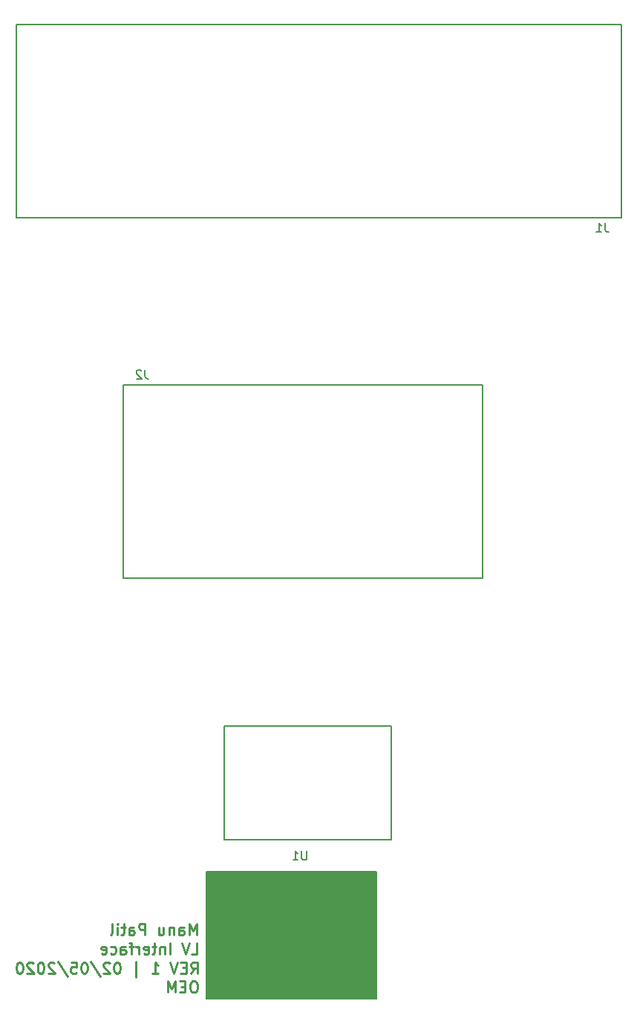
<source format=gbo>
G04 #@! TF.GenerationSoftware,KiCad,Pcbnew,5.0.2-bee76a0~70~ubuntu18.04.1*
G04 #@! TF.CreationDate,2020-02-05T16:33:54-05:00*
G04 #@! TF.ProjectId,LV Interface,4c562049-6e74-4657-9266-6163652e6b69,rev?*
G04 #@! TF.SameCoordinates,Original*
G04 #@! TF.FileFunction,Legend,Bot*
G04 #@! TF.FilePolarity,Positive*
%FSLAX46Y46*%
G04 Gerber Fmt 4.6, Leading zero omitted, Abs format (unit mm)*
G04 Created by KiCad (PCBNEW 5.0.2-bee76a0~70~ubuntu18.04.1) date Wed 05 Feb 2020 04:33:54 PM EST*
%MOMM*%
%LPD*%
G01*
G04 APERTURE LIST*
%ADD10C,0.150000*%
%ADD11C,0.254000*%
G04 APERTURE END LIST*
D10*
G36*
X41231820Y-113934240D02*
X41249600Y-128470660D01*
X60637420Y-128470660D01*
X60642500Y-113934240D01*
X41231820Y-113934240D01*
G37*
X41231820Y-113934240D02*
X41249600Y-128470660D01*
X60637420Y-128470660D01*
X60642500Y-113934240D01*
X41231820Y-113934240D01*
D11*
X39886950Y-126451843D02*
X39645045Y-126451843D01*
X39524093Y-126512320D01*
X39403140Y-126633272D01*
X39342664Y-126875177D01*
X39342664Y-127298510D01*
X39403140Y-127540415D01*
X39524093Y-127661367D01*
X39645045Y-127721843D01*
X39886950Y-127721843D01*
X40007902Y-127661367D01*
X40128855Y-127540415D01*
X40189331Y-127298510D01*
X40189331Y-126875177D01*
X40128855Y-126633272D01*
X40007902Y-126512320D01*
X39886950Y-126451843D01*
X38798379Y-127056605D02*
X38375045Y-127056605D01*
X38193617Y-127721843D02*
X38798379Y-127721843D01*
X38798379Y-126451843D01*
X38193617Y-126451843D01*
X37649331Y-127721843D02*
X37649331Y-126451843D01*
X37225998Y-127358986D01*
X36802664Y-126451843D01*
X36802664Y-127721843D01*
X39537035Y-123340343D02*
X40141797Y-123340343D01*
X40141797Y-122070343D01*
X39295130Y-122070343D02*
X38871797Y-123340343D01*
X38448463Y-122070343D01*
X37057511Y-123340343D02*
X37057511Y-122070343D01*
X36452749Y-122493677D02*
X36452749Y-123340343D01*
X36452749Y-122614629D02*
X36392273Y-122554153D01*
X36271320Y-122493677D01*
X36089892Y-122493677D01*
X35968940Y-122554153D01*
X35908463Y-122675105D01*
X35908463Y-123340343D01*
X35485130Y-122493677D02*
X35001320Y-122493677D01*
X35303701Y-122070343D02*
X35303701Y-123158915D01*
X35243225Y-123279867D01*
X35122273Y-123340343D01*
X35001320Y-123340343D01*
X34094178Y-123279867D02*
X34215130Y-123340343D01*
X34457035Y-123340343D01*
X34577987Y-123279867D01*
X34638463Y-123158915D01*
X34638463Y-122675105D01*
X34577987Y-122554153D01*
X34457035Y-122493677D01*
X34215130Y-122493677D01*
X34094178Y-122554153D01*
X34033701Y-122675105D01*
X34033701Y-122796058D01*
X34638463Y-122917010D01*
X33489416Y-123340343D02*
X33489416Y-122493677D01*
X33489416Y-122735581D02*
X33428939Y-122614629D01*
X33368463Y-122554153D01*
X33247511Y-122493677D01*
X33126559Y-122493677D01*
X32884654Y-122493677D02*
X32400844Y-122493677D01*
X32703225Y-123340343D02*
X32703225Y-122251772D01*
X32642749Y-122130820D01*
X32521797Y-122070343D01*
X32400844Y-122070343D01*
X31433225Y-123340343D02*
X31433225Y-122675105D01*
X31493701Y-122554153D01*
X31614654Y-122493677D01*
X31856559Y-122493677D01*
X31977511Y-122554153D01*
X31433225Y-123279867D02*
X31554178Y-123340343D01*
X31856559Y-123340343D01*
X31977511Y-123279867D01*
X32037987Y-123158915D01*
X32037987Y-123037962D01*
X31977511Y-122917010D01*
X31856559Y-122856534D01*
X31554178Y-122856534D01*
X31433225Y-122796058D01*
X30284178Y-123279867D02*
X30405130Y-123340343D01*
X30647035Y-123340343D01*
X30767987Y-123279867D01*
X30828463Y-123219391D01*
X30888939Y-123098439D01*
X30888939Y-122735581D01*
X30828463Y-122614629D01*
X30767987Y-122554153D01*
X30647035Y-122493677D01*
X30405130Y-122493677D01*
X30284178Y-122554153D01*
X29256082Y-123279867D02*
X29377035Y-123340343D01*
X29618939Y-123340343D01*
X29739892Y-123279867D01*
X29800368Y-123158915D01*
X29800368Y-122675105D01*
X29739892Y-122554153D01*
X29618939Y-122493677D01*
X29377035Y-122493677D01*
X29256082Y-122554153D01*
X29195606Y-122675105D01*
X29195606Y-122796058D01*
X29800368Y-122917010D01*
X39438338Y-125570463D02*
X39861671Y-124965701D01*
X40164052Y-125570463D02*
X40164052Y-124300463D01*
X39680242Y-124300463D01*
X39559290Y-124360940D01*
X39498814Y-124421416D01*
X39438338Y-124542368D01*
X39438338Y-124723797D01*
X39498814Y-124844749D01*
X39559290Y-124905225D01*
X39680242Y-124965701D01*
X40164052Y-124965701D01*
X38894052Y-124905225D02*
X38470719Y-124905225D01*
X38289290Y-125570463D02*
X38894052Y-125570463D01*
X38894052Y-124300463D01*
X38289290Y-124300463D01*
X37926433Y-124300463D02*
X37503100Y-125570463D01*
X37079766Y-124300463D01*
X35023576Y-125570463D02*
X35749290Y-125570463D01*
X35386433Y-125570463D02*
X35386433Y-124300463D01*
X35507385Y-124481892D01*
X35628338Y-124602844D01*
X35749290Y-124663320D01*
X33209290Y-125993797D02*
X33209290Y-124179511D01*
X31092623Y-124300463D02*
X30971671Y-124300463D01*
X30850719Y-124360940D01*
X30790242Y-124421416D01*
X30729766Y-124542368D01*
X30669290Y-124784273D01*
X30669290Y-125086654D01*
X30729766Y-125328559D01*
X30790242Y-125449511D01*
X30850719Y-125509987D01*
X30971671Y-125570463D01*
X31092623Y-125570463D01*
X31213576Y-125509987D01*
X31274052Y-125449511D01*
X31334528Y-125328559D01*
X31395004Y-125086654D01*
X31395004Y-124784273D01*
X31334528Y-124542368D01*
X31274052Y-124421416D01*
X31213576Y-124360940D01*
X31092623Y-124300463D01*
X30185480Y-124421416D02*
X30125004Y-124360940D01*
X30004052Y-124300463D01*
X29701671Y-124300463D01*
X29580719Y-124360940D01*
X29520242Y-124421416D01*
X29459766Y-124542368D01*
X29459766Y-124663320D01*
X29520242Y-124844749D01*
X30245957Y-125570463D01*
X29459766Y-125570463D01*
X28008338Y-124239987D02*
X29096909Y-125872844D01*
X27343099Y-124300463D02*
X27222147Y-124300463D01*
X27101195Y-124360940D01*
X27040719Y-124421416D01*
X26980242Y-124542368D01*
X26919766Y-124784273D01*
X26919766Y-125086654D01*
X26980242Y-125328559D01*
X27040719Y-125449511D01*
X27101195Y-125509987D01*
X27222147Y-125570463D01*
X27343099Y-125570463D01*
X27464052Y-125509987D01*
X27524528Y-125449511D01*
X27585004Y-125328559D01*
X27645480Y-125086654D01*
X27645480Y-124784273D01*
X27585004Y-124542368D01*
X27524528Y-124421416D01*
X27464052Y-124360940D01*
X27343099Y-124300463D01*
X25770719Y-124300463D02*
X26375480Y-124300463D01*
X26435957Y-124905225D01*
X26375480Y-124844749D01*
X26254528Y-124784273D01*
X25952147Y-124784273D01*
X25831195Y-124844749D01*
X25770719Y-124905225D01*
X25710242Y-125026178D01*
X25710242Y-125328559D01*
X25770719Y-125449511D01*
X25831195Y-125509987D01*
X25952147Y-125570463D01*
X26254528Y-125570463D01*
X26375480Y-125509987D01*
X26435957Y-125449511D01*
X24258814Y-124239987D02*
X25347385Y-125872844D01*
X23895957Y-124421416D02*
X23835480Y-124360940D01*
X23714528Y-124300463D01*
X23412147Y-124300463D01*
X23291195Y-124360940D01*
X23230719Y-124421416D01*
X23170242Y-124542368D01*
X23170242Y-124663320D01*
X23230719Y-124844749D01*
X23956433Y-125570463D01*
X23170242Y-125570463D01*
X22384052Y-124300463D02*
X22263099Y-124300463D01*
X22142147Y-124360940D01*
X22081671Y-124421416D01*
X22021195Y-124542368D01*
X21960719Y-124784273D01*
X21960719Y-125086654D01*
X22021195Y-125328559D01*
X22081671Y-125449511D01*
X22142147Y-125509987D01*
X22263099Y-125570463D01*
X22384052Y-125570463D01*
X22505004Y-125509987D01*
X22565480Y-125449511D01*
X22625957Y-125328559D01*
X22686433Y-125086654D01*
X22686433Y-124784273D01*
X22625957Y-124542368D01*
X22565480Y-124421416D01*
X22505004Y-124360940D01*
X22384052Y-124300463D01*
X21476909Y-124421416D02*
X21416433Y-124360940D01*
X21295480Y-124300463D01*
X20993099Y-124300463D01*
X20872147Y-124360940D01*
X20811671Y-124421416D01*
X20751195Y-124542368D01*
X20751195Y-124663320D01*
X20811671Y-124844749D01*
X21537385Y-125570463D01*
X20751195Y-125570463D01*
X19965004Y-124300463D02*
X19844052Y-124300463D01*
X19723099Y-124360940D01*
X19662623Y-124421416D01*
X19602147Y-124542368D01*
X19541671Y-124784273D01*
X19541671Y-125086654D01*
X19602147Y-125328559D01*
X19662623Y-125449511D01*
X19723099Y-125509987D01*
X19844052Y-125570463D01*
X19965004Y-125570463D01*
X20085957Y-125509987D01*
X20146433Y-125449511D01*
X20206909Y-125328559D01*
X20267385Y-125086654D01*
X20267385Y-124784273D01*
X20206909Y-124542368D01*
X20146433Y-124421416D01*
X20085957Y-124360940D01*
X19965004Y-124300463D01*
X40098375Y-121138163D02*
X40098375Y-119868163D01*
X39675041Y-120775306D01*
X39251708Y-119868163D01*
X39251708Y-121138163D01*
X38102660Y-121138163D02*
X38102660Y-120472925D01*
X38163137Y-120351973D01*
X38284089Y-120291497D01*
X38525994Y-120291497D01*
X38646946Y-120351973D01*
X38102660Y-121077687D02*
X38223613Y-121138163D01*
X38525994Y-121138163D01*
X38646946Y-121077687D01*
X38707422Y-120956735D01*
X38707422Y-120835782D01*
X38646946Y-120714830D01*
X38525994Y-120654354D01*
X38223613Y-120654354D01*
X38102660Y-120593878D01*
X37497899Y-120291497D02*
X37497899Y-121138163D01*
X37497899Y-120412449D02*
X37437422Y-120351973D01*
X37316470Y-120291497D01*
X37135041Y-120291497D01*
X37014089Y-120351973D01*
X36953613Y-120472925D01*
X36953613Y-121138163D01*
X35804565Y-120291497D02*
X35804565Y-121138163D01*
X36348851Y-120291497D02*
X36348851Y-120956735D01*
X36288375Y-121077687D01*
X36167422Y-121138163D01*
X35985994Y-121138163D01*
X35865041Y-121077687D01*
X35804565Y-121017211D01*
X34232184Y-121138163D02*
X34232184Y-119868163D01*
X33748375Y-119868163D01*
X33627422Y-119928640D01*
X33566946Y-119989116D01*
X33506470Y-120110068D01*
X33506470Y-120291497D01*
X33566946Y-120412449D01*
X33627422Y-120472925D01*
X33748375Y-120533401D01*
X34232184Y-120533401D01*
X32417899Y-121138163D02*
X32417899Y-120472925D01*
X32478375Y-120351973D01*
X32599327Y-120291497D01*
X32841232Y-120291497D01*
X32962184Y-120351973D01*
X32417899Y-121077687D02*
X32538851Y-121138163D01*
X32841232Y-121138163D01*
X32962184Y-121077687D01*
X33022660Y-120956735D01*
X33022660Y-120835782D01*
X32962184Y-120714830D01*
X32841232Y-120654354D01*
X32538851Y-120654354D01*
X32417899Y-120593878D01*
X31994565Y-120291497D02*
X31510756Y-120291497D01*
X31813137Y-119868163D02*
X31813137Y-120956735D01*
X31752660Y-121077687D01*
X31631708Y-121138163D01*
X31510756Y-121138163D01*
X31087422Y-121138163D02*
X31087422Y-120291497D01*
X31087422Y-119868163D02*
X31147899Y-119928640D01*
X31087422Y-119989116D01*
X31026946Y-119928640D01*
X31087422Y-119868163D01*
X31087422Y-119989116D01*
X30301232Y-121138163D02*
X30422184Y-121077687D01*
X30482660Y-120956735D01*
X30482660Y-119868163D01*
D10*
G04 #@! TO.C,J1*
X88550000Y-17480000D02*
X19550000Y-17480000D01*
X19550000Y-17480000D02*
X19550000Y-39480000D01*
X19550000Y-39480000D02*
X88550000Y-39480000D01*
X88550000Y-39480000D02*
X88550000Y-17480000D01*
G04 #@! TO.C,J2*
X31701220Y-80510660D02*
X72701220Y-80510660D01*
X72701220Y-80510660D02*
X72701220Y-58510660D01*
X72701220Y-58510660D02*
X31701220Y-58510660D01*
X31701220Y-58510660D02*
X31701220Y-80510660D01*
G04 #@! TO.C,U1*
X43268360Y-110364020D02*
X43268360Y-108364020D01*
X62268360Y-110364020D02*
X43268360Y-110364020D01*
X62268360Y-97364020D02*
X62268360Y-110364020D01*
X43268360Y-97364020D02*
X62268360Y-97364020D01*
X43268360Y-108364020D02*
X43268360Y-97364020D01*
G04 #@! TO.C,J1*
X86693333Y-40092380D02*
X86693333Y-40806666D01*
X86740952Y-40949523D01*
X86836190Y-41044761D01*
X86979047Y-41092380D01*
X87074285Y-41092380D01*
X85693333Y-41092380D02*
X86264761Y-41092380D01*
X85979047Y-41092380D02*
X85979047Y-40092380D01*
X86074285Y-40235238D01*
X86169523Y-40330476D01*
X86264761Y-40378095D01*
G04 #@! TO.C,J2*
X34224553Y-56803040D02*
X34224553Y-57517326D01*
X34272172Y-57660183D01*
X34367410Y-57755421D01*
X34510267Y-57803040D01*
X34605505Y-57803040D01*
X33795981Y-56898279D02*
X33748362Y-56850660D01*
X33653124Y-56803040D01*
X33415029Y-56803040D01*
X33319791Y-56850660D01*
X33272172Y-56898279D01*
X33224553Y-56993517D01*
X33224553Y-57088755D01*
X33272172Y-57231612D01*
X33843600Y-57803040D01*
X33224553Y-57803040D01*
G04 #@! TO.C,U1*
X52664264Y-111626400D02*
X52664264Y-112435924D01*
X52616645Y-112531162D01*
X52569026Y-112578781D01*
X52473788Y-112626400D01*
X52283312Y-112626400D01*
X52188074Y-112578781D01*
X52140455Y-112531162D01*
X52092836Y-112435924D01*
X52092836Y-111626400D01*
X51092836Y-112626400D02*
X51664264Y-112626400D01*
X51378550Y-112626400D02*
X51378550Y-111626400D01*
X51473788Y-111769258D01*
X51569026Y-111864496D01*
X51664264Y-111912115D01*
G04 #@! TD*
M02*

</source>
